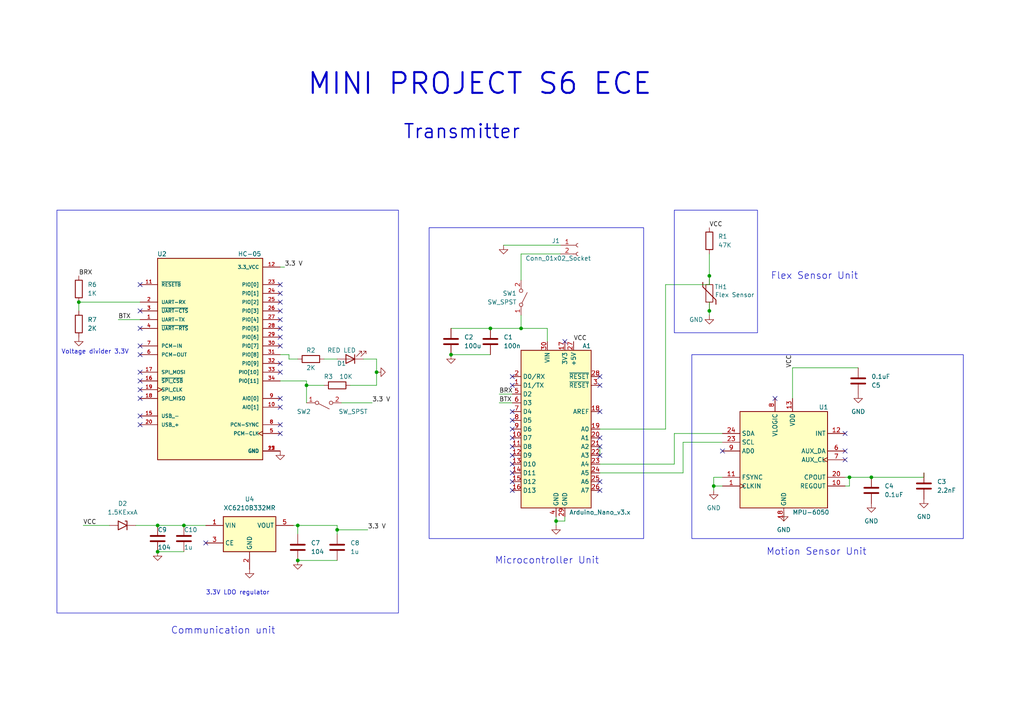
<source format=kicad_sch>
(kicad_sch (version 20230121) (generator eeschema)
  (paper "A4")
  (title_block (title "Gesture Communicator Transmitter") (date "2023-07-30") (rev "0.1") (company "Miniproject Team 18"))
  (lib_symbols
    (symbol "Connector:Conn_01x02_Socket" (pin_names (offset 1.016) hide)
      (property "Reference" "J" (at 0 2.54 0))
      (property "Value" "Conn_01x02_Socket" (at 0 -5.08 0))
      (symbol "Conn_01x02_Socket_1_1"
        (arc (start 0 -2.032) (mid -0.5058 -2.54) (end 0 -3.048) (stroke (width 0.1524)))
        (polyline (pts (xy -1.27 -2.54) (xy -0.508 -2.54)) (stroke (width 0.1524)))
        (polyline (pts (xy -1.27 0) (xy -0.508 0)) (stroke (width 0.1524)))
        (arc (start 0 0.508) (mid -0.5058 0) (end 0 -0.508) (stroke (width 0.1524)))
        (pin passive line (at -5.08 0 0) (length 3.81) (name "Pin_1") (number "1"))
        (pin passive line (at -5.08 -2.54 0) (length 3.81) (name "Pin_2") (number "2"))
      )
    )
    (symbol "Device:C" (pin_numbers hide) (pin_names (offset 0.254))
      (property "Reference" "C" (at 0.635 2.54 0))
      (property "Value" "C" (at 0.635 -2.54 0))
      (symbol "C_0_1"
        (polyline (pts (xy -2.032 -0.762) (xy 2.032 -0.762)) (stroke (width 0.508)))
        (polyline (pts (xy -2.032 0.762) (xy 2.032 0.762)) (stroke (width 0.508)))
      )
      (symbol "C_1_1"
        (pin passive line (at 0 3.81 270) (length 2.794) (name "~") (number "1"))
        (pin passive line (at 0 -3.81 90) (length 2.794) (name "~") (number "2"))
      )
    )
    (symbol "Device:LED" (pin_numbers hide) (pin_names (offset 1.016) hide)
      (property "Reference" "D" (at 0 2.54 0))
      (property "Value" "LED" (at 0 -2.54 0))
      (symbol "LED_0_1"
        (polyline (pts (xy -1.27 -1.27) (xy -1.27 1.27)) (stroke (width 0.254)))
        (polyline (pts (xy -1.27 0) (xy 1.27 0)))
        (polyline (pts (xy 1.27 -1.27) (xy 1.27 1.27) (xy -1.27 0) (xy 1.27 -1.27)) (stroke (width 0.254)))
        (polyline (pts (xy -3.048 -0.762) (xy -4.572 -2.286) (xy -3.81 -2.286) (xy -4.572 -2.286) (xy -4.572 -1.524)))
        (polyline (pts (xy -1.778 -0.762) (xy -3.302 -2.286) (xy -2.54 -2.286) (xy -3.302 -2.286) (xy -3.302 -1.524)))
      )
      (symbol "LED_1_1"
        (pin passive line (at -3.81 0 0) (length 2.54) (name "K") (number "1"))
        (pin passive line (at 3.81 0 180) (length 2.54) (name "A") (number "2"))
      )
    )
    (symbol "Device:R" (pin_numbers hide) (pin_names (offset 0))
      (property "Reference" "R" (at 2.032 0 90))
      (property "Value" "R" (at 0 0 90))
      (symbol "R_0_1"
        (rectangle (start -1.016 -2.54) (end 1.016 2.54) (stroke (width 0.254)))
      )
      (symbol "R_1_1"
        (pin passive line (at 0 3.81 270) (length 1.27) (name "~") (number "1"))
        (pin passive line (at 0 -3.81 90) (length 1.27) (name "~") (number "2"))
      )
    )
    (symbol "Device:Thermistor" (pin_numbers hide) (pin_names (offset 0))
      (property "Reference" "TH" (at 2.54 1.27 90))
      (property "Value" "Thermistor" (at -2.54 0 90))
      (symbol "Thermistor_0_1"
        (rectangle (start -1.016 2.54) (end 1.016 -2.54) (stroke (width 0.2032)))
        (polyline (pts (xy -1.905 3.175) (xy -1.905 1.905) (xy 1.905 -1.905) (xy 1.905 -3.175) (xy 1.905 -3.175)) (stroke (width 0.254)))
      )
      (symbol "Thermistor_1_1"
        (pin passive line (at 0 5.08 270) (length 2.54) (name "~") (number "1"))
        (pin passive line (at 0 -5.08 90) (length 2.54) (name "~") (number "2"))
      )
    )
    (symbol "Diode:1.5KExxA" (pin_numbers hide) (pin_names (offset 1.016) hide)
      (property "Reference" "D" (at 0 2.54 0))
      (property "Value" "1.5KExxA" (at 0 -2.54 0))
      (symbol "1.5KExxA_0_1"
        (polyline (pts (xy -0.762 1.27) (xy -1.27 1.27) (xy -1.27 -1.27)) (stroke (width 0.254)))
        (polyline (pts (xy 1.27 1.27) (xy 1.27 -1.27) (xy -1.27 0) (xy 1.27 1.27)) (stroke (width 0.254)))
      )
      (symbol "1.5KExxA_1_1"
        (pin passive line (at -3.81 0 0) (length 2.54) (name "A1") (number "1"))
        (pin passive line (at 3.81 0 180) (length 2.54) (name "A2") (number "2"))
      )
    )
    (symbol "HC-05:HC-05" (pin_names (offset 1.016))
      (property "Reference" "U" (at -15.24 31.115 0))
      (property "Value" "HC-05" (at -15.24 -30.48 0))
      (symbol "HC-05_0_0"
        (rectangle (start -15.24 -27.94) (end 15.24 30.48) (stroke (width 0.254)) (fill (type background)))
        (pin output line (at -20.32 12.7 0) (length 5.08) (name "UART-TX") (number "1"))
        (pin bidirectional line (at 20.32 -12.7 180) (length 5.08) (name "AIO[1]") (number "10"))
        (pin input line (at -20.32 22.86 0) (length 5.08) (name "~{RESETB}") (number "11"))
        (pin power_in line (at 20.32 27.94 180) (length 5.08) (name "3.3_VCC") (number "12"))
        (pin power_in line (at 20.32 -25.4 180) (length 5.08) (name "GND") (number "13"))
        (pin bidirectional line (at -20.32 -15.24 0) (length 5.08) (name "USB_-") (number "15"))
        (pin input line (at -20.32 -5.08 0) (length 5.08) (name "~{SPI_CSB}") (number "16"))
        (pin input line (at -20.32 -2.54 0) (length 5.08) (name "SPI_MOSI") (number "17"))
        (pin output line (at -20.32 -10.16 0) (length 5.08) (name "SPI_MISO") (number "18"))
        (pin input clock (at -20.32 -7.62 0) (length 5.08) (name "SPI_CLK") (number "19"))
        (pin input line (at -20.32 17.78 0) (length 5.08) (name "UART-RX") (number "2"))
        (pin bidirectional line (at -20.32 -17.78 0) (length 5.08) (name "USB_+") (number "20"))
        (pin power_in line (at 20.32 -25.4 180) (length 5.08) (name "GND") (number "21"))
        (pin power_in line (at 20.32 -25.4 180) (length 5.08) (name "GND") (number "22"))
        (pin bidirectional line (at 20.32 22.86 180) (length 5.08) (name "PIO[0]") (number "23"))
        (pin bidirectional line (at 20.32 20.32 180) (length 5.08) (name "PIO[1]") (number "24"))
        (pin bidirectional line (at 20.32 17.78 180) (length 5.08) (name "PIO[2]") (number "25"))
        (pin bidirectional line (at 20.32 15.24 180) (length 5.08) (name "PIO[3]") (number "26"))
        (pin bidirectional line (at 20.32 12.7 180) (length 5.08) (name "PIO[4]") (number "27"))
        (pin bidirectional line (at 20.32 10.16 180) (length 5.08) (name "PIO[5]") (number "28"))
        (pin bidirectional line (at 20.32 7.62 180) (length 5.08) (name "PIO[6]") (number "29"))
        (pin input line (at -20.32 15.24 0) (length 5.08) (name "~{UART-CTS}") (number "3"))
        (pin bidirectional line (at 20.32 5.08 180) (length 5.08) (name "PIO[7]") (number "30"))
        (pin bidirectional line (at 20.32 2.54 180) (length 5.08) (name "PIO[8]") (number "31"))
        (pin bidirectional line (at 20.32 0 180) (length 5.08) (name "PIO[9]") (number "32"))
        (pin bidirectional line (at 20.32 -2.54 180) (length 5.08) (name "PIO[10]") (number "33"))
        (pin bidirectional line (at 20.32 -5.08 180) (length 5.08) (name "PIO[11]") (number "34"))
        (pin output line (at -20.32 10.16 0) (length 5.08) (name "~{UART-RTS}") (number "4"))
        (pin bidirectional clock (at 20.32 -20.32 180) (length 5.08) (name "PCM-CLK") (number "5"))
        (pin output line (at -20.32 2.54 0) (length 5.08) (name "PCM-OUT") (number "6"))
        (pin input line (at -20.32 5.08 0) (length 5.08) (name "PCM-IN") (number "7"))
        (pin bidirectional line (at 20.32 -17.78 180) (length 5.08) (name "PCN-SYNC") (number "8"))
        (pin bidirectional line (at 20.32 -10.16 180) (length 5.08) (name "AIO[0]") (number "9"))
      )
    )
    (symbol "MCU_Module:Arduino_Nano_v3.x"
      (property "Reference" "A" (at -10.16 23.495 0))
      (property "Value" "Arduino_Nano_v3.x" (at 5.08 -24.13 0))
      (symbol "Arduino_Nano_v3.x_0_1"
        (rectangle (start -10.16 22.86) (end 10.16 -22.86) (stroke (width 0.254)) (fill (type background)))
      )
      (symbol "Arduino_Nano_v3.x_1_1"
        (pin bidirectional line (at -12.7 12.7 0) (length 2.54) (name "D1/TX") (number "1"))
        (pin bidirectional line (at -12.7 -2.54 0) (length 2.54) (name "D7") (number "10"))
        (pin bidirectional line (at -12.7 -5.08 0) (length 2.54) (name "D8") (number "11"))
        (pin bidirectional line (at -12.7 -7.62 0) (length 2.54) (name "D9") (number "12"))
        (pin bidirectional line (at -12.7 -10.16 0) (length 2.54) (name "D10") (number "13"))
        (pin bidirectional line (at -12.7 -12.7 0) (length 2.54) (name "D11") (number "14"))
        (pin bidirectional line (at -12.7 -15.24 0) (length 2.54) (name "D12") (number "15"))
        (pin bidirectional line (at -12.7 -17.78 0) (length 2.54) (name "D13") (number "16"))
        (pin power_out line (at 2.54 25.4 270) (length 2.54) (name "3V3") (number "17"))
        (pin input line (at 12.7 5.08 180) (length 2.54) (name "AREF") (number "18"))
        (pin bidirectional line (at 12.7 0 180) (length 2.54) (name "A0") (number "19"))
        (pin bidirectional line (at -12.7 15.24 0) (length 2.54) (name "D0/RX") (number "2"))
        (pin bidirectional line (at 12.7 -2.54 180) (length 2.54) (name "A1") (number "20"))
        (pin bidirectional line (at 12.7 -5.08 180) (length 2.54) (name "A2") (number "21"))
        (pin bidirectional line (at 12.7 -7.62 180) (length 2.54) (name "A3") (number "22"))
        (pin bidirectional line (at 12.7 -10.16 180) (length 2.54) (name "A4") (number "23"))
        (pin bidirectional line (at 12.7 -12.7 180) (length 2.54) (name "A5") (number "24"))
        (pin bidirectional line (at 12.7 -15.24 180) (length 2.54) (name "A6") (number "25"))
        (pin bidirectional line (at 12.7 -17.78 180) (length 2.54) (name "A7") (number "26"))
        (pin power_out line (at 5.08 25.4 270) (length 2.54) (name "+5V") (number "27"))
        (pin input line (at 12.7 15.24 180) (length 2.54) (name "~{RESET}") (number "28"))
        (pin power_in line (at 2.54 -25.4 90) (length 2.54) (name "GND") (number "29"))
        (pin input line (at 12.7 12.7 180) (length 2.54) (name "~{RESET}") (number "3"))
        (pin power_in line (at -2.54 25.4 270) (length 2.54) (name "VIN") (number "30"))
        (pin power_in line (at 0 -25.4 90) (length 2.54) (name "GND") (number "4"))
        (pin bidirectional line (at -12.7 10.16 0) (length 2.54) (name "D2") (number "5"))
        (pin bidirectional line (at -12.7 7.62 0) (length 2.54) (name "D3") (number "6"))
        (pin bidirectional line (at -12.7 5.08 0) (length 2.54) (name "D4") (number "7"))
        (pin bidirectional line (at -12.7 2.54 0) (length 2.54) (name "D5") (number "8"))
        (pin bidirectional line (at -12.7 0 0) (length 2.54) (name "D6") (number "9"))
      )
    )
    (symbol "Regulator_Linear:XC6210B332MR"
      (property "Reference" "U" (at 0 8.89 0))
      (property "Value" "XC6210B332MR" (at 0 6.35 0))
      (symbol "XC6210B332MR_0_1"
        (rectangle (start -7.62 5.08) (end 7.62 -5.08) (stroke (width 0.254)) (fill (type background)))
      )
      (symbol "XC6210B332MR_1_1"
        (pin power_in line (at -12.7 2.54 0) (length 5.08) (name "VIN") (number "1"))
        (pin power_in line (at 0 -10.16 90) (length 5.08) (name "GND") (number "2"))
        (pin input line (at -12.7 -2.54 0) (length 5.08) (name "CE") (number "3"))
        (pin no_connect line (at 7.62 -2.54 180) (length 5.08) hide (name "NC") (number "4"))
        (pin power_out line (at 12.7 2.54 180) (length 5.08) (name "VOUT") (number "5"))
      )
    )
    (symbol "Sensor_Motion:MPU-6050"
      (property "Reference" "U" (at -11.43 13.97 0))
      (property "Value" "MPU-6050" (at 7.62 -15.24 0))
      (symbol "MPU-6050_0_0"
        (text "" (at 12.7 -2.54 0) (effects (font (size 1.27 1.27))))
      )
      (symbol "MPU-6050_0_1"
        (rectangle (start -12.7 13.97) (end 12.7 -13.97) (stroke (width 0.254)) (fill (type background)))
      )
      (symbol "MPU-6050_1_1"
        (pin input clock (at -17.78 -7.62 0) (length 5.08) (name "CLKIN") (number "1"))
        (pin passive line (at 17.78 -7.62 180) (length 5.08) (name "REGOUT") (number "10"))
        (pin input line (at -17.78 -5.08 0) (length 5.08) (name "FSYNC") (number "11"))
        (pin output line (at 17.78 7.62 180) (length 5.08) (name "INT") (number "12"))
        (pin power_in line (at 2.54 17.78 270) (length 3.81) (name "VDD") (number "13"))
        (pin no_connect line (at -12.7 -10.16 0) (length 2.54) hide (name "NC") (number "14"))
        (pin no_connect line (at 12.7 12.7 180) (length 2.54) hide (name "NC") (number "15"))
        (pin no_connect line (at 12.7 10.16 180) (length 2.54) hide (name "NC") (number "16"))
        (pin no_connect line (at 12.7 5.08 180) (length 2.54) hide (name "NC") (number "17"))
        (pin power_in line (at 0 -17.78 90) (length 3.81) (name "GND") (number "18"))
        (pin no_connect line (at 12.7 -10.16 180) (length 2.54) hide (name "RESV") (number "19"))
        (pin no_connect line (at -12.7 12.7 0) (length 2.54) hide (name "NC") (number "2"))
        (pin passive line (at 17.78 -5.08 180) (length 5.08) (name "CPOUT") (number "20"))
        (pin no_connect line (at 12.7 -2.54 180) (length 2.54) hide (name "RESV") (number "21"))
        (pin no_connect line (at 12.7 -12.7 180) (length 2.54) hide (name "RESV") (number "22"))
        (pin input line (at -17.78 5.08 0) (length 5.08) (name "SCL") (number "23"))
        (pin bidirectional line (at -17.78 7.62 0) (length 5.08) (name "SDA") (number "24"))
        (pin no_connect line (at -12.7 10.16 0) (length 2.54) hide (name "NC") (number "3"))
        (pin no_connect line (at -12.7 0 0) (length 2.54) hide (name "NC") (number "4"))
        (pin no_connect line (at -12.7 -2.54 0) (length 2.54) hide (name "NC") (number "5"))
        (pin bidirectional line (at 17.78 2.54 180) (length 5.08) (name "AUX_DA") (number "6"))
        (pin output clock (at 17.78 0 180) (length 5.08) (name "AUX_CL") (number "7"))
        (pin power_in line (at -2.54 17.78 270) (length 3.81) (name "VLOGIC") (number "8"))
        (pin input line (at -17.78 2.54 0) (length 5.08) (name "AD0") (number "9"))
      )
    )
    (symbol "Switch:SW_SPST" (pin_names (offset 0) hide)
      (property "Reference" "SW" (at 0 3.175 0))
      (property "Value" "SW_SPST" (at 0 -2.54 0))
      (symbol "SW_SPST_0_0"
        (circle (center -2.032 0) (radius 0.508))
        (polyline (pts (xy -1.524 0.254) (xy 1.524 1.778)))
        (circle (center 2.032 0) (radius 0.508))
      )
      (symbol "SW_SPST_1_1"
        (pin passive line (at -5.08 0 0) (length 2.54) (name "A") (number "1"))
        (pin passive line (at 5.08 0 180) (length 2.54) (name "B") (number "2"))
      )
    )
    (symbol "power:GND" (power) (pin_names (offset 0))
      (property "Value" "GND" (at 0 -3.81 0))
      (symbol "GND_0_1"
        (polyline (pts (xy 0 0) (xy 0 -1.27) (xy 1.27 -1.27) (xy 0 -2.54) (xy -1.27 -1.27) (xy 0 -1.27)))
      )
      (symbol "GND_1_1"
        (pin power_in line (at 0 0 270) (length 0) hide (name "GND") (number "1"))
      )
    )
  )
  (junction (at 142.24 95.25))
  (junction (at 86.36 152.4))
  (junction (at 53.34 152.4))
  (junction (at 151.13 95.25))
  (junction (at 252.73 138.43))
  (junction (at 205.74 90.17))
  (junction (at 86.36 162.56))
  (junction (at 246.38 138.43))
  (junction (at 88.9 111.76))
  (junction (at 130.81 102.87))
  (junction (at 109.22 107.95))
  (junction (at 161.29 151.13))
  (junction (at 22.86 87.63))
  (junction (at 207.01 140.97))
  (junction (at 45.72 160.02))
  (junction (at 97.79 153.67))
  (junction (at 205.74 80.01))
  (junction (at 45.72 152.4))
  (no_connect (at 224.79 115.57))
  (no_connect (at 148.59 127))
  (no_connect (at 81.28 125.73))
  (no_connect (at 81.28 95.25))
  (no_connect (at 173.99 127))
  (no_connect (at 245.11 130.81))
  (no_connect (at 81.28 82.55))
  (no_connect (at 173.99 132.08))
  (no_connect (at 148.59 132.08))
  (no_connect (at 173.99 109.22))
  (no_connect (at 81.28 118.11))
  (no_connect (at 148.59 129.54))
  (no_connect (at 81.28 85.09))
  (no_connect (at 81.28 97.79))
  (no_connect (at 40.64 82.55))
  (no_connect (at 40.64 115.57))
  (no_connect (at 81.28 115.57))
  (no_connect (at 163.83 99.06))
  (no_connect (at 148.59 109.22))
  (no_connect (at 40.64 100.33))
  (no_connect (at 148.59 139.7))
  (no_connect (at 81.28 100.33))
  (no_connect (at 148.59 124.46))
  (no_connect (at 81.28 87.63))
  (no_connect (at 148.59 137.16))
  (no_connect (at 148.59 142.24))
  (no_connect (at 40.64 107.95))
  (no_connect (at 81.28 90.17))
  (no_connect (at 40.64 120.65))
  (no_connect (at 40.64 95.25))
  (no_connect (at 173.99 129.54))
  (no_connect (at 173.99 111.76))
  (no_connect (at 173.99 142.24))
  (no_connect (at 81.28 107.95))
  (no_connect (at 40.64 110.49))
  (no_connect (at 81.28 123.19))
  (no_connect (at 209.55 130.81))
  (no_connect (at 40.64 123.19))
  (no_connect (at 148.59 121.92))
  (no_connect (at 148.59 119.38))
  (no_connect (at 81.28 92.71))
  (no_connect (at 245.11 133.35))
  (no_connect (at 245.11 125.73))
  (no_connect (at 148.59 134.62))
  (no_connect (at 40.64 113.03))
  (no_connect (at 173.99 119.38))
  (no_connect (at 59.69 157.48))
  (no_connect (at 148.59 111.76))
  (no_connect (at 81.28 105.41))
  (no_connect (at 173.99 139.7))
  (no_connect (at 40.64 102.87))
  (no_connect (at 40.64 90.17))
  (wire (pts (xy 163.83 149.86) (xy 163.83 151.13)))
  (wire (pts (xy 97.79 153.67) (xy 106.68 153.67)))
  (wire (pts (xy 146.05 71.12) (xy 162.56 71.12)))
  (wire (pts (xy 173.99 134.62) (xy 195.58 134.62)))
  (wire (pts (xy 83.82 104.14) (xy 86.36 104.14)))
  (wire (pts (xy 161.29 149.86) (xy 161.29 151.13)))
  (wire (pts (xy 207.01 142.24) (xy 207.01 140.97)))
  (wire (pts (xy 158.75 95.25) (xy 158.75 99.06)))
  (wire (pts (xy 173.99 137.16) (xy 198.12 137.16)))
  (wire (pts (xy 252.73 138.43) (xy 267.97 138.43)))
  (wire (pts (xy 88.9 111.76) (xy 93.98 111.76)))
  (wire (pts (xy 151.13 73.66) (xy 162.56 73.66)))
  (wire (pts (xy 195.58 134.62) (xy 195.58 125.73)))
  (wire (pts (xy 109.22 107.95) (xy 109.22 111.76)))
  (wire (pts (xy 130.81 102.87) (xy 142.24 102.87)))
  (wire (pts (xy 246.38 138.43) (xy 252.73 138.43)))
  (wire (pts (xy 193.04 82.55) (xy 193.04 124.46)))
  (wire (pts (xy 151.13 95.25) (xy 158.75 95.25)))
  (wire (pts (xy 39.37 152.4) (xy 45.72 152.4)))
  (wire (pts (xy 83.82 102.87) (xy 83.82 104.14)))
  (wire (pts (xy 101.6 111.76) (xy 109.22 111.76)))
  (wire (pts (xy 22.86 87.63) (xy 22.86 90.17)))
  (wire (pts (xy 209.55 138.43) (xy 207.01 138.43)))
  (wire (pts (xy 198.12 128.27) (xy 209.55 128.27)))
  (wire (pts (xy 22.86 87.63) (xy 40.64 87.63)))
  (wire (pts (xy 93.98 104.14) (xy 97.79 104.14)))
  (wire (pts (xy 81.28 102.87) (xy 83.82 102.87)))
  (wire (pts (xy 130.81 95.25) (xy 142.24 95.25)))
  (wire (pts (xy 82.55 77.47) (xy 81.28 77.47)))
  (wire (pts (xy 144.78 114.3) (xy 148.59 114.3)))
  (wire (pts (xy 207.01 140.97) (xy 207.01 138.43)))
  (wire (pts (xy 151.13 91.44) (xy 151.13 95.25)))
  (wire (pts (xy 24.13 152.4) (xy 31.75 152.4)))
  (wire (pts (xy 151.13 73.66) (xy 151.13 81.28)))
  (wire (pts (xy 205.74 82.55) (xy 205.74 80.01)))
  (wire (pts (xy 205.74 73.66) (xy 205.74 80.01)))
  (wire (pts (xy 229.87 106.68) (xy 248.92 106.68)))
  (wire (pts (xy 45.72 160.02) (xy 53.34 160.02)))
  (wire (pts (xy 205.74 87.63) (xy 205.74 90.17)))
  (wire (pts (xy 81.28 110.49) (xy 88.9 110.49)))
  (wire (pts (xy 161.29 151.13) (xy 163.83 151.13)))
  (wire (pts (xy 144.78 116.84) (xy 148.59 116.84)))
  (wire (pts (xy 88.9 116.84) (xy 88.9 111.76)))
  (wire (pts (xy 97.79 152.4) (xy 97.79 153.67)))
  (wire (pts (xy 193.04 82.55) (xy 205.74 82.55)))
  (wire (pts (xy 86.36 162.56) (xy 97.79 162.56)))
  (wire (pts (xy 53.34 152.4) (xy 59.69 152.4)))
  (wire (pts (xy 195.58 125.73) (xy 209.55 125.73)))
  (wire (pts (xy 86.36 152.4) (xy 86.36 154.94)))
  (wire (pts (xy 205.74 90.17) (xy 205.74 91.44)))
  (wire (pts (xy 245.11 140.97) (xy 246.38 140.97)))
  (wire (pts (xy 229.87 106.68) (xy 229.87 115.57)))
  (wire (pts (xy 85.09 152.4) (xy 86.36 152.4)))
  (wire (pts (xy 227.33 151.13) (xy 227.33 148.59)))
  (wire (pts (xy 173.99 132.08) (xy 173.99 129.54)))
  (wire (pts (xy 86.36 152.4) (xy 97.79 152.4)))
  (wire (pts (xy 161.29 151.13) (xy 161.29 152.4)))
  (wire (pts (xy 105.41 104.14) (xy 109.22 104.14)))
  (wire (pts (xy 246.38 140.97) (xy 246.38 138.43)))
  (wire (pts (xy 88.9 110.49) (xy 88.9 111.76)))
  (wire (pts (xy 142.24 95.25) (xy 151.13 95.25)))
  (wire (pts (xy 99.06 116.84) (xy 107.95 116.84)))
  (wire (pts (xy 109.22 104.14) (xy 109.22 107.95)))
  (wire (pts (xy 245.11 138.43) (xy 246.38 138.43)))
  (wire (pts (xy 207.01 140.97) (xy 209.55 140.97)))
  (wire (pts (xy 34.29 92.71) (xy 40.64 92.71)))
  (wire (pts (xy 97.79 153.67) (xy 97.79 154.94)))
  (wire (pts (xy 198.12 137.16) (xy 198.12 128.27)))
  (wire (pts (xy 193.04 124.46) (xy 173.99 124.46)))
  (wire (pts (xy 267.97 138.43) (xy 267.97 137.16)))
  (wire (pts (xy 45.72 152.4) (xy 53.34 152.4)))
  (rectangle (start 124.46 66.04) (end 186.69 156.21))
  (rectangle (start 200.66 102.87) (end 279.4 156.21))
  (rectangle (start 195.58 60.96) (end 219.71 96.52))
  (rectangle (start 16.51 60.96) (end 115.57 177.8))
  (text "MINI PROJECT S6 ECE\n" (at 88.9 27.94 0) (effects (font (size 6 6) (thickness 0.6) bold) (justify left bottom)))
  (text "Motion Sensor Unit" (at 222.25 161.29 0) (effects (font (size 2 2)) (justify left bottom)))
  (text "Transmitter\n" (at 116.84 40.64 0) (effects (font (size 4 4) (thickness 0.4) bold) (justify left bottom)))
  (text "Microcontroller Unit" (at 143.51 163.83 0) (effects (font (size 2 2)) (justify left bottom)))
  (text "Communication unit" (at 49.53 184.15 0) (effects (font (size 2 2)) (justify left bottom)))
  (text "Flex Sensor Unit" (at 223.52 81.28 0) (effects (font (size 2 2)) (justify left bottom)))
  (text "Voltage divider 3.3V\n" (at 17.78 102.87 0) (effects (font (size 1.27 1.27)) (justify left bottom)))
  (text "3.3V LDO regulator" (at 59.69 172.72 0) (effects (font (size 1.27 1.27)) (justify left bottom)))
  (label "BRX" (at 144.78 114.3 0))
  (label "BTX" (at 144.78 116.84 0))
  (label "BRX" (at 22.86 80.01 0))
  (label "VCC" (at 205.74 66.04 0))
  (label "VCC" (at 166.37 99.06 0))
  (label "3.3 V" (at 107.95 116.84 0))
  (label "3.3 V" (at 106.68 153.67 0))
  (label "3.3 V" (at 82.55 77.47 0))
  (label "BTX" (at 34.29 92.71 0))
  (label "VCC" (at 24.13 152.4 0))
  (label "VCC" (at 229.87 106.68 90))
  (symbol (lib_id "HC-05:HC-05") (at 60.96 105.41 0) (unit 1)
    (property "Reference" "U2" (at 46.99 73.66 0))
    (property "Value" "HC-05" (at 72.39 73.66 0))
    (property "Footprint" "XCVR_HC-05" (effects hide))
    (property "PARTREV" "v1.0" (effects hide))
    (property "MF" "HuiCheng" (effects hide))
    (property "STANDARD" "Manufacturer Recommendations" (effects hide))
  )
  (symbol (lib_id "power:GND") (at 72.39 165.1 0) (unit 1)
    (property "Reference" "#PWR013" (effects hide))
    (property "Value" "GND" (effects hide))
  )
  (symbol (lib_id "power:GND") (at 22.86 97.79 0) (unit 1)
    (property "Reference" "#PWR016" (effects hide))
    (property "Value" "GND" (effects hide))
  )
  (symbol (lib_id "Device:R") (at 90.17 104.14 90) (unit 1)
    (property "Reference" "R2" (at 90.17 101.6 90))
    (property "Value" "2K" (at 90.17 106.68 90))
  )
  (symbol (lib_id "power:GND") (at 45.72 160.02 0) (unit 1)
    (property "Reference" "#PWR015" (effects hide))
    (property "Value" "GND" (effects hide))
  )
  (symbol (lib_id "Switch:SW_SPST") (at 151.13 86.36 270) (mirror x) (unit 1)
    (property "Reference" "SW1" (at 149.86 85.09 90) (effects (justify right)))
    (property "Value" "SW_SPST" (at 149.86 87.63 90) (effects (justify right)))
  )
  (symbol (lib_id "Device:C") (at 45.72 156.21 0) (unit 1)
    (property "Reference" "C9" (at 45.72 153.67 0) (effects (justify left)))
    (property "Value" "104" (at 45.72 158.75 0) (effects (justify left)))
  )
  (symbol (lib_id "Device:R") (at 205.74 69.85 0) (unit 1)
    (property "Reference" "R1" (at 208.28 68.58 0) (effects (justify left)))
    (property "Value" "47K" (at 208.28 71.12 0) (effects (justify left)))
  )
  (symbol (lib_id "power:GND") (at 130.81 102.87 0) (unit 1)
    (property "Reference" "#PWR03" (effects hide))
    (property "Value" "GND" (effects hide))
  )
  (symbol (lib_id "Device:C") (at 97.79 158.75 0) (unit 1)
    (property "Reference" "C8" (at 101.6 157.48 0) (effects (justify left)))
    (property "Value" "1u" (at 101.6 160.02 0) (effects (justify left)))
  )
  (symbol (lib_id "MCU_Module:Arduino_Nano_v3.x") (at 161.29 124.46 0) (unit 1)
    (property "Reference" "A1" (at 168.91 100.33 0) (effects (justify left)))
    (property "Value" "Arduino_Nano_v3.x" (at 165.1 148.59 0) (effects (justify left)))
    (property "Footprint" "Module:Arduino_Nano" (effects hide))
    (property "Datasheet" "http://www.mouser.com/pdfdocs/Gravitech_Arduino_Nano3_0.pdf" (effects hide))
  )
  (symbol (lib_id "power:GND") (at 252.73 146.05 0) (unit 1)
    (property "Reference" "#PWR07" (effects hide))
    (property "Value" "GND" (at 252.73 151.13 0))
  )
  (symbol (lib_id "Device:C") (at 248.92 110.49 0) (mirror x) (unit 1)
    (property "Reference" "C5" (at 252.73 111.76 0) (effects (justify left)))
    (property "Value" "0.1uF" (at 252.73 109.22 0) (effects (justify left)))
  )
  (symbol (lib_id "Device:LED") (at 101.6 104.14 180) (unit 1)
    (property "Reference" "D1" (at 99.06 105.41 0))
    (property "Value" "RED LED" (at 99.06 101.6 0))
  )
  (symbol (lib_id "Regulator_Linear:XC6210B332MR") (at 72.39 154.94 0) (unit 1)
    (property "Reference" "U4" (at 72.39 144.78 0))
    (property "Value" "XC6210B332MR" (at 72.39 147.32 0))
    (property "Footprint" "Package_TO_SOT_SMD:SOT-23-5" (effects hide))
    (property "Datasheet" "https://www.torexsemi.com/file/xc6210/XC6210.pdf" (effects hide))
  )
  (symbol (lib_id "Device:R") (at 22.86 93.98 0) (unit 1)
    (property "Reference" "R7" (at 25.4 92.71 0) (effects (justify left)))
    (property "Value" "2K" (at 25.4 95.25 0) (effects (justify left)))
  )
  (symbol (lib_id "Device:C") (at 252.73 142.24 0) (unit 1)
    (property "Reference" "C4" (at 256.54 140.97 0) (effects (justify left)))
    (property "Value" "0.1uF" (at 256.54 143.51 0) (effects (justify left)))
  )
  (symbol (lib_id "Sensor_Motion:MPU-6050") (at 227.33 133.35 0) (unit 1)
    (property "Reference" "U1" (at 237.49 118.11 0) (effects (justify left)))
    (property "Value" "MPU-6050" (at 229.87 148.59 0) (effects (justify left)))
    (property "Footprint" "Sensor_Motion:InvenSense_QFN-24_4x4mm_P0.5mm" (effects hide))
    (property "Datasheet" "https://invensense.tdk.com/wp-content/uploads/2015/02/MPU-6000-Datasheet1.pdf" (effects hide))
  )
  (symbol (lib_id "power:GND") (at 109.22 107.95 90) (unit 1)
    (property "Reference" "#PWR012" (effects hide))
    (property "Value" "GND" (effects hide))
  )
  (symbol (lib_id "power:GND") (at 146.05 71.12 0) (unit 1)
    (property "Reference" "#PWR02" (effects hide))
    (property "Value" "GND" (effects hide))
  )
  (symbol (lib_id "power:GND") (at 161.29 152.4 0) (unit 1)
    (property "Reference" "#PWR01" (effects hide))
    (property "Value" "GND" (effects hide))
  )
  (symbol (lib_id "power:GND") (at 81.28 130.81 0) (unit 1)
    (property "Reference" "#PWR011" (effects hide))
    (property "Value" "GND" (effects hide))
  )
  (symbol (lib_id "Switch:SW_SPST") (at 93.98 116.84 0) (mirror x) (unit 1)
    (property "Reference" "SW2" (at 90.17 119.38 0) (effects (justify right)))
    (property "Value" "SW_SPST" (at 106.68 119.38 0) (effects (justify right)))
  )
  (symbol (lib_id "Device:R") (at 97.79 111.76 90) (unit 1)
    (property "Reference" "R3" (at 95.25 109.22 90))
    (property "Value" "10K" (at 100.33 109.22 90))
  )
  (symbol (lib_id "Device:C") (at 142.24 99.06 0) (unit 1)
    (property "Reference" "C1" (at 146.05 97.79 0) (effects (justify left)))
    (property "Value" "100n" (at 146.05 100.33 0) (effects (justify left)))
  )
  (symbol (lib_id "power:GND") (at 205.74 91.44 0) (unit 1)
    (property "Reference" "#PWR010" (effects hide))
    (property "Value" "GND" (at 201.93 92.71 0))
  )
  (symbol (lib_id "Connector:Conn_01x02_Socket") (at 167.64 71.12 0) (unit 1)
    (property "Reference" "J1" (at 160.02 69.85 0) (effects (justify left)))
    (property "Value" "Conn_01x02_Socket" (at 152.4 74.93 0) (effects (justify left)))
  )
  (symbol (lib_id "power:GND") (at 227.33 148.59 0) (unit 1)
    (property "Reference" "#PWR04" (effects hide))
    (property "Value" "GND" (at 227.33 153.67 0))
  )
  (symbol (lib_id "power:GND") (at 86.36 162.56 0) (unit 1)
    (property "Reference" "#PWR014" (effects hide))
    (property "Value" "GND" (effects hide))
  )
  (symbol (lib_id "Device:C") (at 267.97 140.97 0) (unit 1)
    (property "Reference" "C3" (at 271.78 139.7 0) (effects (justify left)))
    (property "Value" "2.2nF" (at 271.78 142.24 0) (effects (justify left)))
  )
  (symbol (lib_id "Diode:1.5KExxA") (at 35.56 152.4 0) (mirror y) (unit 1)
    (property "Reference" "D2" (at 35.56 146.05 0))
    (property "Value" "1.5KExxA" (at 35.56 148.59 0))
    (property "Footprint" "Diode_THT:D_DO-41_SOD81_P2.54mm_Vertical_KathodeUp" (effects hide))
    (property "Datasheet" "https://www.vishay.com/docs/88301/15ke.pdf" (effects hide))
  )
  (symbol (lib_id "Device:Thermistor") (at 205.74 85.09 0) (unit 1)
    (property "Reference" "TH1" (at 207.205 83.201 0) (effects (justify left)))
    (property "Value" "Flex Sensor" (at 207.3548 85.5229 0) (effects (justify left)))
  )
  (symbol (lib_id "Device:R") (at 22.86 83.82 0) (unit 1)
    (property "Reference" "R6" (at 25.4 82.55 0) (effects (justify left)))
    (property "Value" "1K" (at 25.4 85.09 0) (effects (justify left)))
  )
  (symbol (lib_id "power:GND") (at 207.01 142.24 0) (unit 1)
    (property "Reference" "#PWR08" (effects hide))
    (property "Value" "GND" (at 207.01 147.32 0))
  )
  (symbol (lib_id "Device:C") (at 86.36 158.75 0) (unit 1)
    (property "Reference" "C7" (at 90.17 157.48 0) (effects (justify left)))
    (property "Value" "104" (at 90.17 160.02 0) (effects (justify left)))
  )
  (symbol (lib_id "Device:C") (at 130.81 99.06 0) (unit 1)
    (property "Reference" "C2" (at 134.62 97.79 0) (effects (justify left)))
    (property "Value" "100u" (at 134.62 100.33 0) (effects (justify left)))
  )
  (symbol (lib_id "power:GND") (at 267.97 144.78 0) (unit 1)
    (property "Reference" "#PWR05" (effects hide))
    (property "Value" "GND" (at 267.97 149.86 0))
  )
  (symbol (lib_id "power:GND") (at 248.92 114.3 0) (mirror y) (unit 1)
    (property "Reference" "#PWR06" (effects hide))
    (property "Value" "GND" (at 248.92 119.38 0))
  )
  (symbol (lib_id "Device:C") (at 53.34 156.21 0) (unit 1)
    (property "Reference" "C10" (at 53.34 153.67 0) (effects (justify left)))
    (property "Value" "1u" (at 53.34 158.75 0) (effects (justify left)))
  )
)
</source>
